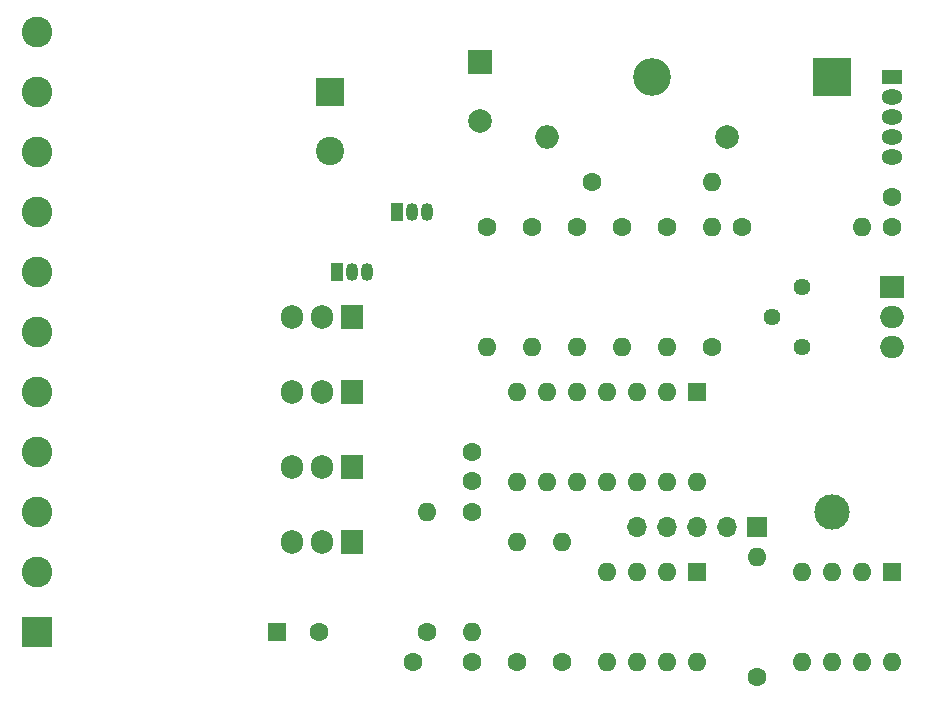
<source format=gbs>
G04 #@! TF.GenerationSoftware,KiCad,Pcbnew,(5.1.10)-1*
G04 #@! TF.CreationDate,2021-09-16T20:11:19-04:00*
G04 #@! TF.ProjectId,Space Invaders,53706163-6520-4496-9e76-61646572732e,rev?*
G04 #@! TF.SameCoordinates,Original*
G04 #@! TF.FileFunction,Soldermask,Bot*
G04 #@! TF.FilePolarity,Negative*
%FSLAX46Y46*%
G04 Gerber Fmt 4.6, Leading zero omitted, Abs format (unit mm)*
G04 Created by KiCad (PCBNEW (5.1.10)-1) date 2021-09-16 20:11:19*
%MOMM*%
%LPD*%
G01*
G04 APERTURE LIST*
%ADD10C,3.000000*%
%ADD11O,1.600000X1.600000*%
%ADD12R,1.600000X1.600000*%
%ADD13C,2.600000*%
%ADD14R,2.600000X2.600000*%
%ADD15C,1.440000*%
%ADD16O,2.000000X1.905000*%
%ADD17R,2.000000X1.905000*%
%ADD18O,1.800000X1.275000*%
%ADD19R,1.800000X1.275000*%
%ADD20C,1.600000*%
%ADD21O,1.905000X2.000000*%
%ADD22R,1.905000X2.000000*%
%ADD23R,1.050000X1.500000*%
%ADD24O,1.050000X1.500000*%
%ADD25O,2.000000X2.000000*%
%ADD26C,2.000000*%
%ADD27O,3.200000X3.200000*%
%ADD28R,3.200000X3.200000*%
%ADD29C,2.400000*%
%ADD30R,2.400000X2.400000*%
%ADD31R,2.000000X2.000000*%
%ADD32O,1.700000X1.700000*%
%ADD33R,1.700000X1.700000*%
G04 APERTURE END LIST*
D10*
X133350000Y-76200000D03*
D11*
X138430000Y-88900000D03*
X130810000Y-81280000D03*
X135890000Y-88900000D03*
X133350000Y-81280000D03*
X133350000Y-88900000D03*
X135890000Y-81280000D03*
X130810000Y-88900000D03*
D12*
X138430000Y-81280000D03*
D11*
X121920000Y-88900000D03*
X114300000Y-81280000D03*
X119380000Y-88900000D03*
X116840000Y-81280000D03*
X116840000Y-88900000D03*
X119380000Y-81280000D03*
X114300000Y-88900000D03*
D12*
X121920000Y-81280000D03*
D11*
X121920000Y-73660000D03*
X106680000Y-66040000D03*
X119380000Y-73660000D03*
X109220000Y-66040000D03*
X116840000Y-73660000D03*
X111760000Y-66040000D03*
X114300000Y-73660000D03*
X114300000Y-66040000D03*
X111760000Y-73660000D03*
X116840000Y-66040000D03*
X109220000Y-73660000D03*
X119380000Y-66040000D03*
X106680000Y-73660000D03*
D12*
X121920000Y-66040000D03*
D13*
X66040000Y-35560000D03*
X66040000Y-40640000D03*
X66040000Y-45720000D03*
X66040000Y-50800000D03*
X66040000Y-55880000D03*
X66040000Y-60960000D03*
X66040000Y-66040000D03*
X66040000Y-71120000D03*
X66040000Y-76200000D03*
X66040000Y-81280000D03*
D14*
X66040000Y-86360000D03*
D15*
X130810000Y-57150000D03*
X128270000Y-59690000D03*
X130810000Y-62230000D03*
D16*
X138430000Y-62230000D03*
X138430000Y-59690000D03*
D17*
X138430000Y-57150000D03*
D18*
X138430000Y-46170000D03*
X138430000Y-44470000D03*
X138430000Y-42770000D03*
X138430000Y-41070000D03*
D19*
X138430000Y-39370000D03*
D11*
X123190000Y-48260000D03*
D20*
X113030000Y-48260000D03*
D11*
X123190000Y-52070000D03*
D20*
X123190000Y-62230000D03*
D11*
X135890000Y-52070000D03*
D20*
X125730000Y-52070000D03*
D11*
X111760000Y-62230000D03*
D20*
X111760000Y-52070000D03*
D11*
X107950000Y-62230000D03*
D20*
X107950000Y-52070000D03*
D11*
X115570000Y-62230000D03*
D20*
X115570000Y-52070000D03*
D11*
X110490000Y-78740000D03*
D20*
X110490000Y-88900000D03*
D11*
X104140000Y-62230000D03*
D20*
X104140000Y-52070000D03*
D11*
X119380000Y-62230000D03*
D20*
X119380000Y-52070000D03*
D11*
X106680000Y-78740000D03*
D20*
X106680000Y-88900000D03*
D11*
X99060000Y-76200000D03*
D20*
X99060000Y-86360000D03*
D11*
X102870000Y-86360000D03*
D20*
X102870000Y-76200000D03*
D11*
X127000000Y-80010000D03*
D20*
X127000000Y-90170000D03*
D21*
X87630000Y-59690000D03*
X90170000Y-59690000D03*
D22*
X92710000Y-59690000D03*
D21*
X87630000Y-66040000D03*
X90170000Y-66040000D03*
D22*
X92710000Y-66040000D03*
D23*
X91440000Y-55880000D03*
D24*
X93980000Y-55880000D03*
X92710000Y-55880000D03*
D21*
X87630000Y-72390000D03*
X90170000Y-72390000D03*
D22*
X92710000Y-72390000D03*
D23*
X96520000Y-50800000D03*
D24*
X99060000Y-50800000D03*
X97790000Y-50800000D03*
D21*
X87630000Y-78740000D03*
X90170000Y-78740000D03*
D22*
X92710000Y-78740000D03*
D25*
X109220000Y-44450000D03*
D26*
X124460000Y-44450000D03*
D27*
X118110000Y-39370000D03*
D28*
X133350000Y-39370000D03*
D29*
X90805000Y-45640000D03*
D30*
X90805000Y-40640000D03*
D20*
X138430000Y-49570000D03*
X138430000Y-52070000D03*
D26*
X103505000Y-43100000D03*
D31*
X103505000Y-38100000D03*
D20*
X89860000Y-86360000D03*
D12*
X86360000Y-86360000D03*
D20*
X97870000Y-88900000D03*
X102870000Y-88900000D03*
X102870000Y-73620000D03*
X102870000Y-71120000D03*
D32*
X116840000Y-77470000D03*
X119380000Y-77470000D03*
X121920000Y-77470000D03*
X124460000Y-77470000D03*
D33*
X127000000Y-77470000D03*
M02*

</source>
